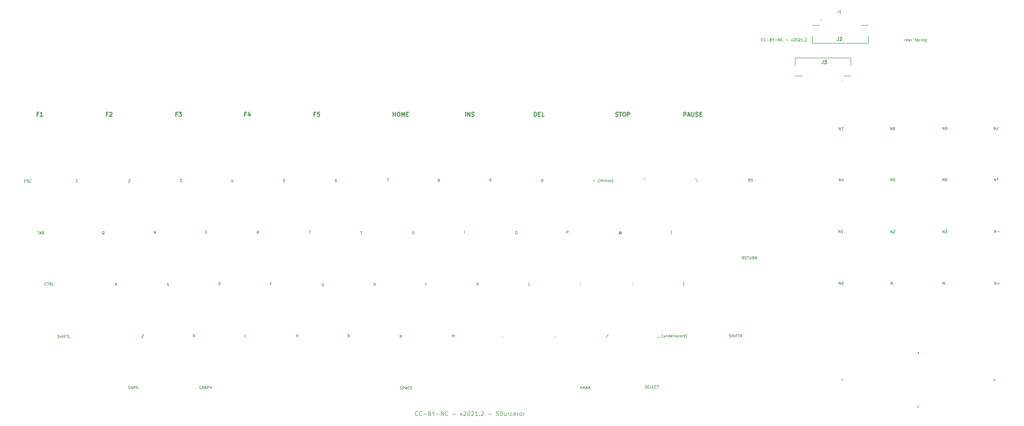
<source format=gbr>
%TF.GenerationSoftware,KiCad,Pcbnew,(6.0.0-rc1-114-gb471945224)*%
%TF.CreationDate,2022-04-25T13:04:53+02:00*%
%TF.ProjectId,HB-F1XD-keyboard,48422d46-3158-4442-9d6b-6579626f6172,1*%
%TF.SameCoordinates,Original*%
%TF.FileFunction,Legend,Top*%
%TF.FilePolarity,Positive*%
%FSLAX46Y46*%
G04 Gerber Fmt 4.6, Leading zero omitted, Abs format (unit mm)*
G04 Created by KiCad (PCBNEW (6.0.0-rc1-114-gb471945224)) date 2022-04-25 13:04:53*
%MOMM*%
%LPD*%
G01*
G04 APERTURE LIST*
%ADD10C,0.150000*%
%ADD11C,0.200000*%
%ADD12C,0.300000*%
%ADD13C,0.254000*%
G04 APERTURE END LIST*
D10*
X173226428Y-206275714D02*
X173155000Y-206347142D01*
X172940714Y-206418571D01*
X172797857Y-206418571D01*
X172583571Y-206347142D01*
X172440714Y-206204285D01*
X172369285Y-206061428D01*
X172297857Y-205775714D01*
X172297857Y-205561428D01*
X172369285Y-205275714D01*
X172440714Y-205132857D01*
X172583571Y-204990000D01*
X172797857Y-204918571D01*
X172940714Y-204918571D01*
X173155000Y-204990000D01*
X173226428Y-205061428D01*
X174726428Y-206275714D02*
X174655000Y-206347142D01*
X174440714Y-206418571D01*
X174297857Y-206418571D01*
X174083571Y-206347142D01*
X173940714Y-206204285D01*
X173869285Y-206061428D01*
X173797857Y-205775714D01*
X173797857Y-205561428D01*
X173869285Y-205275714D01*
X173940714Y-205132857D01*
X174083571Y-204990000D01*
X174297857Y-204918571D01*
X174440714Y-204918571D01*
X174655000Y-204990000D01*
X174726428Y-205061428D01*
X175369285Y-205847142D02*
X176512142Y-205847142D01*
X177726428Y-205632857D02*
X177940714Y-205704285D01*
X178012142Y-205775714D01*
X178083571Y-205918571D01*
X178083571Y-206132857D01*
X178012142Y-206275714D01*
X177940714Y-206347142D01*
X177797857Y-206418571D01*
X177226428Y-206418571D01*
X177226428Y-204918571D01*
X177726428Y-204918571D01*
X177869285Y-204990000D01*
X177940714Y-205061428D01*
X178012142Y-205204285D01*
X178012142Y-205347142D01*
X177940714Y-205490000D01*
X177869285Y-205561428D01*
X177726428Y-205632857D01*
X177226428Y-205632857D01*
X179012142Y-205704285D02*
X179012142Y-206418571D01*
X178512142Y-204918571D02*
X179012142Y-205704285D01*
X179512142Y-204918571D01*
X180012142Y-205847142D02*
X181155000Y-205847142D01*
X181869285Y-206418571D02*
X181869285Y-204918571D01*
X182726428Y-206418571D01*
X182726428Y-204918571D01*
X184297857Y-206275714D02*
X184226428Y-206347142D01*
X184012142Y-206418571D01*
X183869285Y-206418571D01*
X183655000Y-206347142D01*
X183512142Y-206204285D01*
X183440714Y-206061428D01*
X183369285Y-205775714D01*
X183369285Y-205561428D01*
X183440714Y-205275714D01*
X183512142Y-205132857D01*
X183655000Y-204990000D01*
X183869285Y-204918571D01*
X184012142Y-204918571D01*
X184226428Y-204990000D01*
X184297857Y-205061428D01*
X186083571Y-205847142D02*
X187226428Y-205847142D01*
X188940714Y-205418571D02*
X189297857Y-206418571D01*
X189655000Y-205418571D01*
X190155000Y-205061428D02*
X190226428Y-204990000D01*
X190369285Y-204918571D01*
X190726428Y-204918571D01*
X190869285Y-204990000D01*
X190940714Y-205061428D01*
X191012142Y-205204285D01*
X191012142Y-205347142D01*
X190940714Y-205561428D01*
X190083571Y-206418571D01*
X191012142Y-206418571D01*
X191940714Y-204918571D02*
X192083571Y-204918571D01*
X192226428Y-204990000D01*
X192297857Y-205061428D01*
X192369285Y-205204285D01*
X192440714Y-205490000D01*
X192440714Y-205847142D01*
X192369285Y-206132857D01*
X192297857Y-206275714D01*
X192226428Y-206347142D01*
X192083571Y-206418571D01*
X191940714Y-206418571D01*
X191797857Y-206347142D01*
X191726428Y-206275714D01*
X191655000Y-206132857D01*
X191583571Y-205847142D01*
X191583571Y-205490000D01*
X191655000Y-205204285D01*
X191726428Y-205061428D01*
X191797857Y-204990000D01*
X191940714Y-204918571D01*
X193012142Y-205061428D02*
X193083571Y-204990000D01*
X193226428Y-204918571D01*
X193583571Y-204918571D01*
X193726428Y-204990000D01*
X193797857Y-205061428D01*
X193869285Y-205204285D01*
X193869285Y-205347142D01*
X193797857Y-205561428D01*
X192940714Y-206418571D01*
X193869285Y-206418571D01*
X195297857Y-206418571D02*
X194440714Y-206418571D01*
X194869285Y-206418571D02*
X194869285Y-204918571D01*
X194726428Y-205132857D01*
X194583571Y-205275714D01*
X194440714Y-205347142D01*
X195940714Y-206275714D02*
X196012142Y-206347142D01*
X195940714Y-206418571D01*
X195869285Y-206347142D01*
X195940714Y-206275714D01*
X195940714Y-206418571D01*
X196583571Y-205061428D02*
X196655000Y-204990000D01*
X196797857Y-204918571D01*
X197155000Y-204918571D01*
X197297857Y-204990000D01*
X197369285Y-205061428D01*
X197440714Y-205204285D01*
X197440714Y-205347142D01*
X197369285Y-205561428D01*
X196512142Y-206418571D01*
X197440714Y-206418571D01*
X199226428Y-205847142D02*
X200369285Y-205847142D01*
X202155000Y-206347142D02*
X202369285Y-206418571D01*
X202726428Y-206418571D01*
X202869285Y-206347142D01*
X202940714Y-206275714D01*
X203012142Y-206132857D01*
X203012142Y-205990000D01*
X202940714Y-205847142D01*
X202869285Y-205775714D01*
X202726428Y-205704285D01*
X202440714Y-205632857D01*
X202297857Y-205561428D01*
X202226428Y-205490000D01*
X202155000Y-205347142D01*
X202155000Y-205204285D01*
X202226428Y-205061428D01*
X202297857Y-204990000D01*
X202440714Y-204918571D01*
X202797857Y-204918571D01*
X203012142Y-204990000D01*
X203940714Y-204918571D02*
X204083571Y-204918571D01*
X204226428Y-204990000D01*
X204297857Y-205061428D01*
X204369285Y-205204285D01*
X204440714Y-205490000D01*
X204440714Y-205847142D01*
X204369285Y-206132857D01*
X204297857Y-206275714D01*
X204226428Y-206347142D01*
X204083571Y-206418571D01*
X203940714Y-206418571D01*
X203797857Y-206347142D01*
X203726428Y-206275714D01*
X203655000Y-206132857D01*
X203583571Y-205847142D01*
X203583571Y-205490000D01*
X203655000Y-205204285D01*
X203726428Y-205061428D01*
X203797857Y-204990000D01*
X203940714Y-204918571D01*
X205726428Y-205418571D02*
X205726428Y-206418571D01*
X205083571Y-205418571D02*
X205083571Y-206204285D01*
X205155000Y-206347142D01*
X205297857Y-206418571D01*
X205512142Y-206418571D01*
X205655000Y-206347142D01*
X205726428Y-206275714D01*
X206440714Y-206418571D02*
X206440714Y-205418571D01*
X206440714Y-205704285D02*
X206512142Y-205561428D01*
X206583571Y-205490000D01*
X206726428Y-205418571D01*
X206869285Y-205418571D01*
X208012142Y-206347142D02*
X207869285Y-206418571D01*
X207583571Y-206418571D01*
X207440714Y-206347142D01*
X207369285Y-206275714D01*
X207297857Y-206132857D01*
X207297857Y-205704285D01*
X207369285Y-205561428D01*
X207440714Y-205490000D01*
X207583571Y-205418571D01*
X207869285Y-205418571D01*
X208012142Y-205490000D01*
X209226428Y-206347142D02*
X209083571Y-206418571D01*
X208797857Y-206418571D01*
X208655000Y-206347142D01*
X208583571Y-206204285D01*
X208583571Y-205632857D01*
X208655000Y-205490000D01*
X208797857Y-205418571D01*
X209083571Y-205418571D01*
X209226428Y-205490000D01*
X209297857Y-205632857D01*
X209297857Y-205775714D01*
X208583571Y-205918571D01*
X209940714Y-206418571D02*
X209940714Y-205418571D01*
X209940714Y-205704285D02*
X210012142Y-205561428D01*
X210083571Y-205490000D01*
X210226428Y-205418571D01*
X210369285Y-205418571D01*
X211083571Y-206418571D02*
X210940714Y-206347142D01*
X210869285Y-206275714D01*
X210797857Y-206132857D01*
X210797857Y-205704285D01*
X210869285Y-205561428D01*
X210940714Y-205490000D01*
X211083571Y-205418571D01*
X211297857Y-205418571D01*
X211440714Y-205490000D01*
X211512142Y-205561428D01*
X211583571Y-205704285D01*
X211583571Y-206132857D01*
X211512142Y-206275714D01*
X211440714Y-206347142D01*
X211297857Y-206418571D01*
X211083571Y-206418571D01*
X212226428Y-206418571D02*
X212226428Y-205418571D01*
X212226428Y-205704285D02*
X212297857Y-205561428D01*
X212369285Y-205490000D01*
X212512142Y-205418571D01*
X212655000Y-205418571D01*
X300188095Y-68457142D02*
X300140476Y-68504761D01*
X299997619Y-68552380D01*
X299902380Y-68552380D01*
X299759523Y-68504761D01*
X299664285Y-68409523D01*
X299616666Y-68314285D01*
X299569047Y-68123809D01*
X299569047Y-67980952D01*
X299616666Y-67790476D01*
X299664285Y-67695238D01*
X299759523Y-67600000D01*
X299902380Y-67552380D01*
X299997619Y-67552380D01*
X300140476Y-67600000D01*
X300188095Y-67647619D01*
X301188095Y-68457142D02*
X301140476Y-68504761D01*
X300997619Y-68552380D01*
X300902380Y-68552380D01*
X300759523Y-68504761D01*
X300664285Y-68409523D01*
X300616666Y-68314285D01*
X300569047Y-68123809D01*
X300569047Y-67980952D01*
X300616666Y-67790476D01*
X300664285Y-67695238D01*
X300759523Y-67600000D01*
X300902380Y-67552380D01*
X300997619Y-67552380D01*
X301140476Y-67600000D01*
X301188095Y-67647619D01*
X301616666Y-68171428D02*
X302378571Y-68171428D01*
X303188095Y-68028571D02*
X303330952Y-68076190D01*
X303378571Y-68123809D01*
X303426190Y-68219047D01*
X303426190Y-68361904D01*
X303378571Y-68457142D01*
X303330952Y-68504761D01*
X303235714Y-68552380D01*
X302854761Y-68552380D01*
X302854761Y-67552380D01*
X303188095Y-67552380D01*
X303283333Y-67600000D01*
X303330952Y-67647619D01*
X303378571Y-67742857D01*
X303378571Y-67838095D01*
X303330952Y-67933333D01*
X303283333Y-67980952D01*
X303188095Y-68028571D01*
X302854761Y-68028571D01*
X304045238Y-68076190D02*
X304045238Y-68552380D01*
X303711904Y-67552380D02*
X304045238Y-68076190D01*
X304378571Y-67552380D01*
X304711904Y-68171428D02*
X305473809Y-68171428D01*
X305950000Y-68552380D02*
X305950000Y-67552380D01*
X306521428Y-68552380D01*
X306521428Y-67552380D01*
X307569047Y-68457142D02*
X307521428Y-68504761D01*
X307378571Y-68552380D01*
X307283333Y-68552380D01*
X307140476Y-68504761D01*
X307045238Y-68409523D01*
X306997619Y-68314285D01*
X306950000Y-68123809D01*
X306950000Y-67980952D01*
X306997619Y-67790476D01*
X307045238Y-67695238D01*
X307140476Y-67600000D01*
X307283333Y-67552380D01*
X307378571Y-67552380D01*
X307521428Y-67600000D01*
X307569047Y-67647619D01*
X308759523Y-68171428D02*
X309521428Y-68171428D01*
X310664285Y-67885714D02*
X310902380Y-68552380D01*
X311140476Y-67885714D01*
X311473809Y-67647619D02*
X311521428Y-67600000D01*
X311616666Y-67552380D01*
X311854761Y-67552380D01*
X311950000Y-67600000D01*
X311997619Y-67647619D01*
X312045238Y-67742857D01*
X312045238Y-67838095D01*
X311997619Y-67980952D01*
X311426190Y-68552380D01*
X312045238Y-68552380D01*
X312664285Y-67552380D02*
X312759523Y-67552380D01*
X312854761Y-67600000D01*
X312902380Y-67647619D01*
X312950000Y-67742857D01*
X312997619Y-67933333D01*
X312997619Y-68171428D01*
X312950000Y-68361904D01*
X312902380Y-68457142D01*
X312854761Y-68504761D01*
X312759523Y-68552380D01*
X312664285Y-68552380D01*
X312569047Y-68504761D01*
X312521428Y-68457142D01*
X312473809Y-68361904D01*
X312426190Y-68171428D01*
X312426190Y-67933333D01*
X312473809Y-67742857D01*
X312521428Y-67647619D01*
X312569047Y-67600000D01*
X312664285Y-67552380D01*
X313378571Y-67647619D02*
X313426190Y-67600000D01*
X313521428Y-67552380D01*
X313759523Y-67552380D01*
X313854761Y-67600000D01*
X313902380Y-67647619D01*
X313950000Y-67742857D01*
X313950000Y-67838095D01*
X313902380Y-67980952D01*
X313330952Y-68552380D01*
X313950000Y-68552380D01*
X314902380Y-68552380D02*
X314330952Y-68552380D01*
X314616666Y-68552380D02*
X314616666Y-67552380D01*
X314521428Y-67695238D01*
X314426190Y-67790476D01*
X314330952Y-67838095D01*
X315330952Y-68457142D02*
X315378571Y-68504761D01*
X315330952Y-68552380D01*
X315283333Y-68504761D01*
X315330952Y-68457142D01*
X315330952Y-68552380D01*
X315759523Y-67647619D02*
X315807142Y-67600000D01*
X315902380Y-67552380D01*
X316140476Y-67552380D01*
X316235714Y-67600000D01*
X316283333Y-67647619D01*
X316330952Y-67742857D01*
X316330952Y-67838095D01*
X316283333Y-67980952D01*
X315711904Y-68552380D01*
X316330952Y-68552380D01*
X352447619Y-68552380D02*
X352447619Y-67885714D01*
X352447619Y-68076190D02*
X352495238Y-67980952D01*
X352542857Y-67933333D01*
X352638095Y-67885714D01*
X352733333Y-67885714D01*
X353447619Y-68504761D02*
X353352380Y-68552380D01*
X353161904Y-68552380D01*
X353066666Y-68504761D01*
X353019047Y-68409523D01*
X353019047Y-68028571D01*
X353066666Y-67933333D01*
X353161904Y-67885714D01*
X353352380Y-67885714D01*
X353447619Y-67933333D01*
X353495238Y-68028571D01*
X353495238Y-68123809D01*
X353019047Y-68219047D01*
X354352380Y-68552380D02*
X354352380Y-68028571D01*
X354304761Y-67933333D01*
X354209523Y-67885714D01*
X354019047Y-67885714D01*
X353923809Y-67933333D01*
X354352380Y-68504761D02*
X354257142Y-68552380D01*
X354019047Y-68552380D01*
X353923809Y-68504761D01*
X353876190Y-68409523D01*
X353876190Y-68314285D01*
X353923809Y-68219047D01*
X354019047Y-68171428D01*
X354257142Y-68171428D01*
X354352380Y-68123809D01*
X354828571Y-68552380D02*
X354828571Y-67885714D01*
X354828571Y-68076190D02*
X354876190Y-67980952D01*
X354923809Y-67933333D01*
X355019047Y-67885714D01*
X355114285Y-67885714D01*
X356066666Y-67885714D02*
X356447619Y-67885714D01*
X356209523Y-68552380D02*
X356209523Y-67695238D01*
X356257142Y-67600000D01*
X356352380Y-67552380D01*
X356447619Y-67552380D01*
X357209523Y-68552380D02*
X357209523Y-68028571D01*
X357161904Y-67933333D01*
X357066666Y-67885714D01*
X356876190Y-67885714D01*
X356780952Y-67933333D01*
X357209523Y-68504761D02*
X357114285Y-68552380D01*
X356876190Y-68552380D01*
X356780952Y-68504761D01*
X356733333Y-68409523D01*
X356733333Y-68314285D01*
X356780952Y-68219047D01*
X356876190Y-68171428D01*
X357114285Y-68171428D01*
X357209523Y-68123809D01*
X358114285Y-68504761D02*
X358019047Y-68552380D01*
X357828571Y-68552380D01*
X357733333Y-68504761D01*
X357685714Y-68457142D01*
X357638095Y-68361904D01*
X357638095Y-68076190D01*
X357685714Y-67980952D01*
X357733333Y-67933333D01*
X357828571Y-67885714D01*
X358019047Y-67885714D01*
X358114285Y-67933333D01*
X358542857Y-68552380D02*
X358542857Y-67885714D01*
X358542857Y-67552380D02*
X358495238Y-67600000D01*
X358542857Y-67647619D01*
X358590476Y-67600000D01*
X358542857Y-67552380D01*
X358542857Y-67647619D01*
X359019047Y-67885714D02*
X359019047Y-68552380D01*
X359019047Y-67980952D02*
X359066666Y-67933333D01*
X359161904Y-67885714D01*
X359304761Y-67885714D01*
X359400000Y-67933333D01*
X359447619Y-68028571D01*
X359447619Y-68552380D01*
X360352380Y-67885714D02*
X360352380Y-68695238D01*
X360304761Y-68790476D01*
X360257142Y-68838095D01*
X360161904Y-68885714D01*
X360019047Y-68885714D01*
X359923809Y-68838095D01*
X360352380Y-68504761D02*
X360257142Y-68552380D01*
X360066666Y-68552380D01*
X359971428Y-68504761D01*
X359923809Y-68457142D01*
X359876190Y-68361904D01*
X359876190Y-68076190D01*
X359923809Y-67980952D01*
X359971428Y-67933333D01*
X360066666Y-67885714D01*
X360257142Y-67885714D01*
X360352380Y-67933333D01*
D11*
%TO.C,SW1*%
X218954257Y-119395154D02*
X219049495Y-119395154D01*
X219144733Y-119442774D01*
X219192352Y-119490393D01*
X219239971Y-119585631D01*
X219287590Y-119776107D01*
X219287590Y-120014202D01*
X219239971Y-120204678D01*
X219192352Y-120299916D01*
X219144733Y-120347535D01*
X219049495Y-120395154D01*
X218954257Y-120395154D01*
X218859019Y-120347535D01*
X218811400Y-120299916D01*
X218763781Y-120204678D01*
X218716162Y-120014202D01*
X218716162Y-119776107D01*
X218763781Y-119585631D01*
X218811400Y-119490393D01*
X218859019Y-119442774D01*
X218954257Y-119395154D01*
%TO.C,SW2*%
X48125941Y-120447366D02*
X47554513Y-120447366D01*
X47840227Y-120447366D02*
X47840227Y-119447366D01*
X47744989Y-119590224D01*
X47649751Y-119685462D01*
X47554513Y-119733081D01*
%TO.C,SW3*%
X66876887Y-119542605D02*
X66924506Y-119494986D01*
X67019744Y-119447366D01*
X67257839Y-119447366D01*
X67353077Y-119494986D01*
X67400696Y-119542605D01*
X67448315Y-119637843D01*
X67448315Y-119733081D01*
X67400696Y-119875938D01*
X66829268Y-120447366D01*
X67448315Y-120447366D01*
%TO.C,SW4*%
X85777660Y-119364259D02*
X86396707Y-119364259D01*
X86063374Y-119745212D01*
X86206231Y-119745212D01*
X86301469Y-119792831D01*
X86349088Y-119840450D01*
X86396707Y-119935688D01*
X86396707Y-120173783D01*
X86349088Y-120269021D01*
X86301469Y-120316640D01*
X86206231Y-120364259D01*
X85920517Y-120364259D01*
X85825279Y-120316640D01*
X85777660Y-120269021D01*
%TO.C,SW5*%
X105232831Y-119784555D02*
X105232831Y-120451221D01*
X104994736Y-119403602D02*
X104756641Y-120117888D01*
X105375688Y-120117888D01*
%TO.C,SW6*%
X124329164Y-119405262D02*
X123852974Y-119405262D01*
X123805355Y-119881453D01*
X123852974Y-119833834D01*
X123948212Y-119786215D01*
X124186307Y-119786215D01*
X124281545Y-119833834D01*
X124329164Y-119881453D01*
X124376783Y-119976691D01*
X124376783Y-120214786D01*
X124329164Y-120310024D01*
X124281545Y-120357643D01*
X124186307Y-120405262D01*
X123948212Y-120405262D01*
X123852974Y-120357643D01*
X123805355Y-120310024D01*
%TO.C,SW7*%
X143332408Y-119357154D02*
X143141932Y-119357154D01*
X143046694Y-119404774D01*
X142999075Y-119452393D01*
X142903837Y-119595250D01*
X142856218Y-119785726D01*
X142856218Y-120166678D01*
X142903837Y-120261916D01*
X142951456Y-120309535D01*
X143046694Y-120357154D01*
X143237170Y-120357154D01*
X143332408Y-120309535D01*
X143380027Y-120261916D01*
X143427646Y-120166678D01*
X143427646Y-119928583D01*
X143380027Y-119833345D01*
X143332408Y-119785726D01*
X143237170Y-119738107D01*
X143046694Y-119738107D01*
X142951456Y-119785726D01*
X142903837Y-119833345D01*
X142856218Y-119928583D01*
%TO.C,SW8*%
X161907571Y-119212829D02*
X162574237Y-119212829D01*
X162145666Y-120212829D01*
%TO.C,SW9*%
X180894379Y-119748863D02*
X180799141Y-119701244D01*
X180751522Y-119653625D01*
X180703903Y-119558387D01*
X180703903Y-119510768D01*
X180751522Y-119415530D01*
X180799141Y-119367911D01*
X180894379Y-119320291D01*
X181084855Y-119320291D01*
X181180093Y-119367911D01*
X181227712Y-119415530D01*
X181275331Y-119510768D01*
X181275331Y-119558387D01*
X181227712Y-119653625D01*
X181180093Y-119701244D01*
X181084855Y-119748863D01*
X180894379Y-119748863D01*
X180799141Y-119796482D01*
X180751522Y-119844101D01*
X180703903Y-119939339D01*
X180703903Y-120129815D01*
X180751522Y-120225053D01*
X180799141Y-120272672D01*
X180894379Y-120320291D01*
X181084855Y-120320291D01*
X181180093Y-120272672D01*
X181227712Y-120225053D01*
X181275331Y-120129815D01*
X181275331Y-119939339D01*
X181227712Y-119844101D01*
X181180093Y-119796482D01*
X181084855Y-119748863D01*
%TO.C,SW10*%
X199736920Y-120134627D02*
X199927396Y-120134627D01*
X200022634Y-120087008D01*
X200070253Y-120039389D01*
X200165491Y-119896532D01*
X200213110Y-119706056D01*
X200213110Y-119325104D01*
X200165491Y-119229866D01*
X200117872Y-119182247D01*
X200022634Y-119134627D01*
X199832158Y-119134627D01*
X199736920Y-119182247D01*
X199689301Y-119229866D01*
X199641682Y-119325104D01*
X199641682Y-119563199D01*
X199689301Y-119658437D01*
X199736920Y-119706056D01*
X199832158Y-119753675D01*
X200022634Y-119753675D01*
X200117872Y-119706056D01*
X200165491Y-119658437D01*
X200213110Y-119563199D01*
%TO.C,SW11*%
X237774425Y-119957284D02*
X238536330Y-119957284D01*
X240060139Y-120719189D02*
X240012520Y-120671570D01*
X239917282Y-120528713D01*
X239869663Y-120433475D01*
X239822044Y-120290617D01*
X239774425Y-120052522D01*
X239774425Y-119862046D01*
X239822044Y-119623951D01*
X239869663Y-119481094D01*
X239917282Y-119385856D01*
X240012520Y-119242998D01*
X240060139Y-119195379D01*
X240441091Y-120338236D02*
X240441091Y-119671570D01*
X240441091Y-119766808D02*
X240488710Y-119719189D01*
X240583949Y-119671570D01*
X240726806Y-119671570D01*
X240822044Y-119719189D01*
X240869663Y-119814427D01*
X240869663Y-120338236D01*
X240869663Y-119814427D02*
X240917282Y-119719189D01*
X241012520Y-119671570D01*
X241155377Y-119671570D01*
X241250615Y-119719189D01*
X241298234Y-119814427D01*
X241298234Y-120338236D01*
X241774425Y-120338236D02*
X241774425Y-119671570D01*
X241774425Y-119338236D02*
X241726806Y-119385856D01*
X241774425Y-119433475D01*
X241822044Y-119385856D01*
X241774425Y-119338236D01*
X241774425Y-119433475D01*
X242250615Y-119671570D02*
X242250615Y-120338236D01*
X242250615Y-119766808D02*
X242298234Y-119719189D01*
X242393472Y-119671570D01*
X242536330Y-119671570D01*
X242631568Y-119719189D01*
X242679187Y-119814427D01*
X242679187Y-120338236D01*
X243583949Y-119671570D02*
X243583949Y-120338236D01*
X243155377Y-119671570D02*
X243155377Y-120195379D01*
X243202996Y-120290617D01*
X243298234Y-120338236D01*
X243441091Y-120338236D01*
X243536330Y-120290617D01*
X243583949Y-120242998D01*
X244012520Y-120290617D02*
X244107758Y-120338236D01*
X244298234Y-120338236D01*
X244393472Y-120290617D01*
X244441091Y-120195379D01*
X244441091Y-120147760D01*
X244393472Y-120052522D01*
X244298234Y-120004903D01*
X244155377Y-120004903D01*
X244060139Y-119957284D01*
X244012520Y-119862046D01*
X244012520Y-119814427D01*
X244060139Y-119719189D01*
X244155377Y-119671570D01*
X244298234Y-119671570D01*
X244393472Y-119719189D01*
X244774425Y-120719189D02*
X244822044Y-120671570D01*
X244917282Y-120528713D01*
X244964901Y-120433475D01*
X245012520Y-120290617D01*
X245060139Y-120052522D01*
X245060139Y-119862046D01*
X245012520Y-119623951D01*
X244964901Y-119481094D01*
X244917282Y-119385856D01*
X244822044Y-119242998D01*
X244774425Y-119195379D01*
%TO.C,SW12*%
X256471457Y-119376557D02*
X256661933Y-119233699D01*
X256852409Y-119376557D01*
%TO.C,SW13*%
X275469208Y-119078955D02*
X276326351Y-120364670D01*
%TO.C,SW14*%
X247962970Y-138989305D02*
X247915351Y-138941686D01*
X247820113Y-138894067D01*
X247724875Y-138894067D01*
X247629637Y-138941686D01*
X247582018Y-138989305D01*
X247534399Y-139084543D01*
X247534399Y-139179781D01*
X247582018Y-139275019D01*
X247629637Y-139322638D01*
X247724875Y-139370257D01*
X247820113Y-139370257D01*
X247915351Y-139322638D01*
X247962970Y-139275019D01*
X247962970Y-138894067D02*
X247962970Y-139275019D01*
X248010589Y-139322638D01*
X248058208Y-139322638D01*
X248153447Y-139275019D01*
X248201066Y-139179781D01*
X248201066Y-138941686D01*
X248105828Y-138798829D01*
X247962970Y-138703591D01*
X247772494Y-138655972D01*
X247582018Y-138703591D01*
X247439161Y-138798829D01*
X247343923Y-138941686D01*
X247296304Y-139132162D01*
X247343923Y-139322638D01*
X247439161Y-139465495D01*
X247582018Y-139560734D01*
X247772494Y-139608353D01*
X247962970Y-139560734D01*
X248105828Y-139465495D01*
%TO.C,SW15*%
X266759495Y-139654499D02*
X266521400Y-139654499D01*
X266521400Y-138225927D01*
X266759495Y-138225927D01*
%TO.C,SW16*%
X233105305Y-158334909D02*
X233105305Y-158382528D01*
X233057686Y-158477767D01*
X233010067Y-158525386D01*
X233057686Y-157763481D02*
X233105305Y-157811100D01*
X233057686Y-157858719D01*
X233010067Y-157811100D01*
X233057686Y-157763481D01*
X233057686Y-157858719D01*
%TO.C,SW17*%
X252383246Y-158355785D02*
X252430865Y-158403404D01*
X252383246Y-158451023D01*
X252335627Y-158403404D01*
X252383246Y-158355785D01*
X252383246Y-158451023D01*
X252383246Y-157831976D02*
X252430865Y-157879595D01*
X252383246Y-157927214D01*
X252335627Y-157879595D01*
X252383246Y-157831976D01*
X252383246Y-157927214D01*
%TO.C,SW18*%
X270906596Y-158490804D02*
X271144691Y-158490804D01*
X271144691Y-157062232D01*
X270906596Y-157062232D01*
%TO.C,SW19*%
X204569822Y-177357888D02*
X204569822Y-177405507D01*
X204522203Y-177500746D01*
X204474584Y-177548365D01*
%TO.C,SW20*%
X223812526Y-177310269D02*
X223860145Y-177357888D01*
X223812526Y-177405507D01*
X223764907Y-177357888D01*
X223812526Y-177310269D01*
X223812526Y-177405507D01*
%TO.C,SW21*%
X243382788Y-176452039D02*
X242525646Y-177737754D01*
%TO.C,SW22*%
X261383800Y-177594897D02*
X262145704Y-177594897D01*
X263431419Y-177880611D02*
X263383800Y-177832992D01*
X263288561Y-177690135D01*
X263240942Y-177594897D01*
X263193323Y-177452039D01*
X263145704Y-177213944D01*
X263145704Y-177023468D01*
X263193323Y-176785373D01*
X263240942Y-176642516D01*
X263288561Y-176547278D01*
X263383800Y-176404420D01*
X263431419Y-176356801D01*
X264240942Y-176832992D02*
X264240942Y-177499658D01*
X263812371Y-176832992D02*
X263812371Y-177356801D01*
X263859990Y-177452039D01*
X263955228Y-177499658D01*
X264098085Y-177499658D01*
X264193323Y-177452039D01*
X264240942Y-177404420D01*
X264717133Y-176832992D02*
X264717133Y-177499658D01*
X264717133Y-176928230D02*
X264764752Y-176880611D01*
X264859990Y-176832992D01*
X265002847Y-176832992D01*
X265098085Y-176880611D01*
X265145704Y-176975849D01*
X265145704Y-177499658D01*
X266050466Y-177499658D02*
X266050466Y-176499658D01*
X266050466Y-177452039D02*
X265955228Y-177499658D01*
X265764752Y-177499658D01*
X265669514Y-177452039D01*
X265621895Y-177404420D01*
X265574276Y-177309182D01*
X265574276Y-177023468D01*
X265621895Y-176928230D01*
X265669514Y-176880611D01*
X265764752Y-176832992D01*
X265955228Y-176832992D01*
X266050466Y-176880611D01*
X266907609Y-177452039D02*
X266812371Y-177499658D01*
X266621895Y-177499658D01*
X266526657Y-177452039D01*
X266479038Y-177356801D01*
X266479038Y-176975849D01*
X266526657Y-176880611D01*
X266621895Y-176832992D01*
X266812371Y-176832992D01*
X266907609Y-176880611D01*
X266955228Y-176975849D01*
X266955228Y-177071087D01*
X266479038Y-177166325D01*
X267383800Y-177499658D02*
X267383800Y-176832992D01*
X267383800Y-177023468D02*
X267431419Y-176928230D01*
X267479038Y-176880611D01*
X267574276Y-176832992D01*
X267669514Y-176832992D01*
X267955228Y-177452039D02*
X268050466Y-177499658D01*
X268240942Y-177499658D01*
X268336180Y-177452039D01*
X268383800Y-177356801D01*
X268383800Y-177309182D01*
X268336180Y-177213944D01*
X268240942Y-177166325D01*
X268098085Y-177166325D01*
X268002847Y-177118706D01*
X267955228Y-177023468D01*
X267955228Y-176975849D01*
X268002847Y-176880611D01*
X268098085Y-176832992D01*
X268240942Y-176832992D01*
X268336180Y-176880611D01*
X269240942Y-177452039D02*
X269145704Y-177499658D01*
X268955228Y-177499658D01*
X268859990Y-177452039D01*
X268812371Y-177404420D01*
X268764752Y-177309182D01*
X268764752Y-177023468D01*
X268812371Y-176928230D01*
X268859990Y-176880611D01*
X268955228Y-176832992D01*
X269145704Y-176832992D01*
X269240942Y-176880611D01*
X269812371Y-177499658D02*
X269717133Y-177452039D01*
X269669514Y-177404420D01*
X269621895Y-177309182D01*
X269621895Y-177023468D01*
X269669514Y-176928230D01*
X269717133Y-176880611D01*
X269812371Y-176832992D01*
X269955228Y-176832992D01*
X270050466Y-176880611D01*
X270098085Y-176928230D01*
X270145704Y-177023468D01*
X270145704Y-177309182D01*
X270098085Y-177404420D01*
X270050466Y-177452039D01*
X269955228Y-177499658D01*
X269812371Y-177499658D01*
X270574276Y-177499658D02*
X270574276Y-176832992D01*
X270574276Y-177023468D02*
X270621895Y-176928230D01*
X270669514Y-176880611D01*
X270764752Y-176832992D01*
X270859990Y-176832992D01*
X271574276Y-177452039D02*
X271479038Y-177499658D01*
X271288561Y-177499658D01*
X271193323Y-177452039D01*
X271145704Y-177356801D01*
X271145704Y-176975849D01*
X271193323Y-176880611D01*
X271288561Y-176832992D01*
X271479038Y-176832992D01*
X271574276Y-176880611D01*
X271621895Y-176975849D01*
X271621895Y-177071087D01*
X271145704Y-177166325D01*
X271955228Y-177880611D02*
X272002847Y-177832992D01*
X272098085Y-177690135D01*
X272145704Y-177594897D01*
X272193323Y-177452039D01*
X272240942Y-177213944D01*
X272240942Y-177023468D01*
X272193323Y-176785373D01*
X272145704Y-176642516D01*
X272098085Y-176547278D01*
X272002847Y-176404420D01*
X271955228Y-176356801D01*
%TO.C,SW23*%
X61914314Y-158183331D02*
X62390504Y-158183331D01*
X61819076Y-158469045D02*
X62152409Y-157469045D01*
X62485742Y-158469045D01*
%TO.C,SW24*%
X147930507Y-177024645D02*
X148073364Y-177072264D01*
X148120983Y-177119883D01*
X148168602Y-177215121D01*
X148168602Y-177357978D01*
X148120983Y-177453216D01*
X148073364Y-177500835D01*
X147978126Y-177548454D01*
X147597174Y-177548454D01*
X147597174Y-176548454D01*
X147930507Y-176548454D01*
X148025745Y-176596074D01*
X148073364Y-176643693D01*
X148120983Y-176738931D01*
X148120983Y-176834169D01*
X148073364Y-176929407D01*
X148025745Y-176977026D01*
X147930507Y-177024645D01*
X147597174Y-177024645D01*
%TO.C,SW25*%
X110201603Y-177517200D02*
X110153984Y-177564819D01*
X110011127Y-177612438D01*
X109915889Y-177612438D01*
X109773032Y-177564819D01*
X109677794Y-177469581D01*
X109630175Y-177374343D01*
X109582556Y-177183867D01*
X109582556Y-177041010D01*
X109630175Y-176850534D01*
X109677794Y-176755296D01*
X109773032Y-176660058D01*
X109915889Y-176612438D01*
X110011127Y-176612438D01*
X110153984Y-176660058D01*
X110201603Y-176707677D01*
%TO.C,SW26*%
X100061585Y-158342663D02*
X100061585Y-157342663D01*
X100299680Y-157342663D01*
X100442537Y-157390283D01*
X100537775Y-157485521D01*
X100585394Y-157580759D01*
X100633013Y-157771235D01*
X100633013Y-157914092D01*
X100585394Y-158104568D01*
X100537775Y-158199806D01*
X100442537Y-158295044D01*
X100299680Y-158342663D01*
X100061585Y-158342663D01*
%TO.C,SW27*%
X95182611Y-138833951D02*
X95515944Y-138833951D01*
X95658801Y-139357760D02*
X95182611Y-139357760D01*
X95182611Y-138357760D01*
X95658801Y-138357760D01*
%TO.C,SW28*%
X119391112Y-157980432D02*
X119057779Y-157980432D01*
X119057779Y-158504241D02*
X119057779Y-157504241D01*
X119533969Y-157504241D01*
%TO.C,SW29*%
X138682659Y-157757482D02*
X138587421Y-157709862D01*
X138444564Y-157709862D01*
X138301707Y-157757482D01*
X138206469Y-157852720D01*
X138158850Y-157947958D01*
X138111231Y-158138434D01*
X138111231Y-158281291D01*
X138158850Y-158471767D01*
X138206469Y-158567005D01*
X138301707Y-158662243D01*
X138444564Y-158709862D01*
X138539802Y-158709862D01*
X138682659Y-158662243D01*
X138730278Y-158614624D01*
X138730278Y-158281291D01*
X138539802Y-158281291D01*
%TO.C,SW30*%
X157130408Y-158524472D02*
X157130408Y-157524472D01*
X157130408Y-158000663D02*
X157701836Y-158000663D01*
X157701836Y-158524472D02*
X157701836Y-157524472D01*
%TO.C,SW31*%
X190417150Y-139305728D02*
X190417150Y-138305728D01*
%TO.C,SW32*%
X176288987Y-157450381D02*
X176288987Y-158164667D01*
X176241368Y-158307524D01*
X176146130Y-158402762D01*
X176003273Y-158450381D01*
X175908035Y-158450381D01*
%TO.C,SW33*%
X195097815Y-158417552D02*
X195097815Y-157417552D01*
X195669243Y-158417552D02*
X195240672Y-157846124D01*
X195669243Y-157417552D02*
X195097815Y-157988981D01*
%TO.C,SW34*%
X214599720Y-158431453D02*
X214123530Y-158431453D01*
X214123530Y-157431453D01*
%TO.C,SW35*%
X185923910Y-177492011D02*
X185923910Y-176492011D01*
X186257243Y-177206297D01*
X186590576Y-176492011D01*
X186590576Y-177492011D01*
%TO.C,SW36*%
X166720091Y-177665018D02*
X166720091Y-176665018D01*
X167291519Y-177665018D01*
X167291519Y-176665018D01*
%TO.C,SW37*%
X209421459Y-138514420D02*
X209611935Y-138514420D01*
X209707173Y-138562040D01*
X209802411Y-138657278D01*
X209850030Y-138847754D01*
X209850030Y-139181087D01*
X209802411Y-139371563D01*
X209707173Y-139466801D01*
X209611935Y-139514420D01*
X209421459Y-139514420D01*
X209326221Y-139466801D01*
X209230983Y-139371563D01*
X209183364Y-139181087D01*
X209183364Y-138847754D01*
X209230983Y-138657278D01*
X209326221Y-138562040D01*
X209421459Y-138514420D01*
%TO.C,SW38*%
X228067288Y-139416570D02*
X228067288Y-138416570D01*
X228448240Y-138416570D01*
X228543478Y-138464190D01*
X228591097Y-138511809D01*
X228638716Y-138607047D01*
X228638716Y-138749904D01*
X228591097Y-138845142D01*
X228543478Y-138892761D01*
X228448240Y-138940380D01*
X228067288Y-138940380D01*
%TO.C,SW40*%
X114708686Y-139405868D02*
X114375353Y-138929678D01*
X114137258Y-139405868D02*
X114137258Y-138405868D01*
X114518210Y-138405868D01*
X114613448Y-138453488D01*
X114661067Y-138501107D01*
X114708686Y-138596345D01*
X114708686Y-138739202D01*
X114661067Y-138834440D01*
X114613448Y-138882059D01*
X114518210Y-138929678D01*
X114137258Y-138929678D01*
%TO.C,SW41*%
X81072599Y-158600335D02*
X81215456Y-158647954D01*
X81453551Y-158647954D01*
X81548789Y-158600335D01*
X81596408Y-158552716D01*
X81644027Y-158457478D01*
X81644027Y-158362240D01*
X81596408Y-158267002D01*
X81548789Y-158219383D01*
X81453551Y-158171764D01*
X81263075Y-158124145D01*
X81167837Y-158076526D01*
X81120218Y-158028907D01*
X81072599Y-157933669D01*
X81072599Y-157838431D01*
X81120218Y-157743193D01*
X81167837Y-157695574D01*
X81263075Y-157647954D01*
X81501170Y-157647954D01*
X81644027Y-157695574D01*
%TO.C,SW42*%
X133285806Y-138357760D02*
X133857234Y-138357760D01*
X133571520Y-139357760D02*
X133571520Y-138357760D01*
%TO.C,SW43*%
X171312727Y-138454041D02*
X171312727Y-139263565D01*
X171360346Y-139358803D01*
X171407965Y-139406422D01*
X171503203Y-139454041D01*
X171693679Y-139454041D01*
X171788917Y-139406422D01*
X171836536Y-139358803D01*
X171884155Y-139263565D01*
X171884155Y-138454041D01*
%TO.C,SW44*%
X128570251Y-176454728D02*
X128903584Y-177454728D01*
X129236917Y-176454728D01*
%TO.C,SW45*%
X76129115Y-138362339D02*
X76367210Y-139362339D01*
X76557686Y-138648054D01*
X76748162Y-139362339D01*
X76986258Y-138362339D01*
%TO.C,SW46*%
X90609715Y-176454728D02*
X91276381Y-177454728D01*
X91276381Y-176454728D02*
X90609715Y-177454728D01*
%TO.C,SW47*%
X152540917Y-139030377D02*
X152540917Y-139506567D01*
X152207584Y-138506567D02*
X152540917Y-139030377D01*
X152874250Y-138506567D01*
%TO.C,SW48*%
X71721518Y-176605007D02*
X72388184Y-176605007D01*
X71721518Y-177605007D01*
X72388184Y-177605007D01*
%TO.C,SW49*%
X40756442Y-177728609D02*
X40899299Y-177776228D01*
X41137394Y-177776228D01*
X41232632Y-177728609D01*
X41280251Y-177680990D01*
X41327870Y-177585752D01*
X41327870Y-177490514D01*
X41280251Y-177395276D01*
X41232632Y-177347657D01*
X41137394Y-177300038D01*
X40946918Y-177252419D01*
X40851680Y-177204800D01*
X40804061Y-177157181D01*
X40756442Y-177061943D01*
X40756442Y-176966705D01*
X40804061Y-176871467D01*
X40851680Y-176823848D01*
X40946918Y-176776228D01*
X41185013Y-176776228D01*
X41327870Y-176823848D01*
X41756442Y-177776228D02*
X41756442Y-176776228D01*
X41756442Y-177252419D02*
X42327870Y-177252419D01*
X42327870Y-177776228D02*
X42327870Y-176776228D01*
X42804061Y-177776228D02*
X42804061Y-176776228D01*
X43613585Y-177252419D02*
X43280251Y-177252419D01*
X43280251Y-177776228D02*
X43280251Y-176776228D01*
X43756442Y-176776228D01*
X43994537Y-176776228D02*
X44565966Y-176776228D01*
X44280251Y-177776228D02*
X44280251Y-176776228D01*
X45375489Y-177776228D02*
X44899299Y-177776228D01*
X44899299Y-176776228D01*
%TO.C,SW50*%
X36673739Y-158373807D02*
X36626120Y-158421426D01*
X36483263Y-158469045D01*
X36388025Y-158469045D01*
X36245168Y-158421426D01*
X36149930Y-158326188D01*
X36102311Y-158230950D01*
X36054692Y-158040474D01*
X36054692Y-157897617D01*
X36102311Y-157707141D01*
X36149930Y-157611903D01*
X36245168Y-157516665D01*
X36388025Y-157469045D01*
X36483263Y-157469045D01*
X36626120Y-157516665D01*
X36673739Y-157564284D01*
X36959454Y-157469045D02*
X37530882Y-157469045D01*
X37245168Y-158469045D02*
X37245168Y-157469045D01*
X38435644Y-158469045D02*
X38102311Y-157992855D01*
X37864216Y-158469045D02*
X37864216Y-157469045D01*
X38245168Y-157469045D01*
X38340406Y-157516665D01*
X38388025Y-157564284D01*
X38435644Y-157659522D01*
X38435644Y-157802379D01*
X38388025Y-157897617D01*
X38340406Y-157945236D01*
X38245168Y-157992855D01*
X37864216Y-157992855D01*
X39340406Y-158469045D02*
X38864216Y-158469045D01*
X38864216Y-157469045D01*
%TO.C,SW51*%
X93528271Y-195572117D02*
X93433033Y-195524497D01*
X93290176Y-195524497D01*
X93147319Y-195572117D01*
X93052081Y-195667355D01*
X93004462Y-195762593D01*
X92956843Y-195953069D01*
X92956843Y-196095926D01*
X93004462Y-196286402D01*
X93052081Y-196381640D01*
X93147319Y-196476878D01*
X93290176Y-196524497D01*
X93385414Y-196524497D01*
X93528271Y-196476878D01*
X93575890Y-196429259D01*
X93575890Y-196095926D01*
X93385414Y-196095926D01*
X94575890Y-196524497D02*
X94242557Y-196048307D01*
X94004462Y-196524497D02*
X94004462Y-195524497D01*
X94385414Y-195524497D01*
X94480652Y-195572117D01*
X94528271Y-195619736D01*
X94575890Y-195714974D01*
X94575890Y-195857831D01*
X94528271Y-195953069D01*
X94480652Y-196000688D01*
X94385414Y-196048307D01*
X94004462Y-196048307D01*
X94956843Y-196238783D02*
X95433033Y-196238783D01*
X94861605Y-196524497D02*
X95194938Y-195524497D01*
X95528271Y-196524497D01*
X95861605Y-196524497D02*
X95861605Y-195524497D01*
X96242557Y-195524497D01*
X96337795Y-195572117D01*
X96385414Y-195619736D01*
X96433033Y-195714974D01*
X96433033Y-195857831D01*
X96385414Y-195953069D01*
X96337795Y-196000688D01*
X96242557Y-196048307D01*
X95861605Y-196048307D01*
X96861605Y-196524497D02*
X96861605Y-195524497D01*
X96861605Y-196000688D02*
X97433033Y-196000688D01*
X97433033Y-196524497D02*
X97433033Y-195524497D01*
%TO.C,SW52*%
X67510699Y-196454451D02*
X67463080Y-196502070D01*
X67320223Y-196549689D01*
X67224985Y-196549689D01*
X67082128Y-196502070D01*
X66986890Y-196406832D01*
X66939271Y-196311594D01*
X66891652Y-196121118D01*
X66891652Y-195978261D01*
X66939271Y-195787785D01*
X66986890Y-195692547D01*
X67082128Y-195597309D01*
X67224985Y-195549689D01*
X67320223Y-195549689D01*
X67463080Y-195597309D01*
X67510699Y-195644928D01*
X67891652Y-196263975D02*
X68367842Y-196263975D01*
X67796414Y-196549689D02*
X68129747Y-195549689D01*
X68463080Y-196549689D01*
X68796414Y-196549689D02*
X68796414Y-195549689D01*
X69177366Y-195549689D01*
X69272604Y-195597309D01*
X69320223Y-195644928D01*
X69367842Y-195740166D01*
X69367842Y-195883023D01*
X69320223Y-195978261D01*
X69272604Y-196025880D01*
X69177366Y-196073499D01*
X68796414Y-196073499D01*
X69748795Y-196502070D02*
X69891652Y-196549689D01*
X70129747Y-196549689D01*
X70224985Y-196502070D01*
X70272604Y-196454451D01*
X70320223Y-196359213D01*
X70320223Y-196263975D01*
X70272604Y-196168737D01*
X70224985Y-196121118D01*
X70129747Y-196073499D01*
X69939271Y-196025880D01*
X69844033Y-195978261D01*
X69796414Y-195930642D01*
X69748795Y-195835404D01*
X69748795Y-195740166D01*
X69796414Y-195644928D01*
X69844033Y-195597309D01*
X69939271Y-195549689D01*
X70177366Y-195549689D01*
X70320223Y-195597309D01*
%TO.C,SW53*%
X233229194Y-196566886D02*
X233229194Y-195566886D01*
X233800622Y-196566886D02*
X233372051Y-195995458D01*
X233800622Y-195566886D02*
X233229194Y-196138315D01*
X234181575Y-196281172D02*
X234657765Y-196281172D01*
X234086337Y-196566886D02*
X234419670Y-195566886D01*
X234753003Y-196566886D01*
X235086337Y-196566886D02*
X235086337Y-195566886D01*
X235657765Y-196566886D01*
X235657765Y-195566886D01*
X236086337Y-196281172D02*
X236562527Y-196281172D01*
X235991099Y-196566886D02*
X236324432Y-195566886D01*
X236657765Y-196566886D01*
%TO.C,SW60*%
X33406060Y-138611660D02*
X33977488Y-138611660D01*
X33691774Y-139611660D02*
X33691774Y-138611660D01*
X34263202Y-139325946D02*
X34739393Y-139325946D01*
X34167964Y-139611660D02*
X34501298Y-138611660D01*
X34834631Y-139611660D01*
X35501298Y-139087851D02*
X35644155Y-139135470D01*
X35691774Y-139183089D01*
X35739393Y-139278327D01*
X35739393Y-139421184D01*
X35691774Y-139516422D01*
X35644155Y-139564041D01*
X35548917Y-139611660D01*
X35167964Y-139611660D01*
X35167964Y-138611660D01*
X35501298Y-138611660D01*
X35596536Y-138659280D01*
X35644155Y-138706899D01*
X35691774Y-138802137D01*
X35691774Y-138897375D01*
X35644155Y-138992613D01*
X35596536Y-139040232D01*
X35501298Y-139087851D01*
X35167964Y-139087851D01*
%TO.C,SW62*%
X295267485Y-119650384D02*
X295410342Y-119698003D01*
X295457961Y-119745622D01*
X295505580Y-119840860D01*
X295505580Y-119983717D01*
X295457961Y-120078955D01*
X295410342Y-120126574D01*
X295315104Y-120174193D01*
X294934152Y-120174193D01*
X294934152Y-119174193D01*
X295267485Y-119174193D01*
X295362723Y-119221813D01*
X295410342Y-119269432D01*
X295457961Y-119364670D01*
X295457961Y-119459908D01*
X295410342Y-119555146D01*
X295362723Y-119602765D01*
X295267485Y-119650384D01*
X294934152Y-119650384D01*
X295886533Y-120126574D02*
X296029390Y-120174193D01*
X296267485Y-120174193D01*
X296362723Y-120126574D01*
X296410342Y-120078955D01*
X296457961Y-119983717D01*
X296457961Y-119888479D01*
X296410342Y-119793241D01*
X296362723Y-119745622D01*
X296267485Y-119698003D01*
X296077009Y-119650384D01*
X295981771Y-119602765D01*
X295934152Y-119555146D01*
X295886533Y-119459908D01*
X295886533Y-119364670D01*
X295934152Y-119269432D01*
X295981771Y-119221813D01*
X296077009Y-119174193D01*
X296315104Y-119174193D01*
X296457961Y-119221813D01*
%TO.C,SW63*%
X256873316Y-196267228D02*
X257016173Y-196314847D01*
X257254268Y-196314847D01*
X257349506Y-196267228D01*
X257397125Y-196219609D01*
X257444744Y-196124371D01*
X257444744Y-196029133D01*
X257397125Y-195933895D01*
X257349506Y-195886276D01*
X257254268Y-195838657D01*
X257063792Y-195791038D01*
X256968554Y-195743419D01*
X256920935Y-195695800D01*
X256873316Y-195600562D01*
X256873316Y-195505324D01*
X256920935Y-195410086D01*
X256968554Y-195362467D01*
X257063792Y-195314847D01*
X257301887Y-195314847D01*
X257444744Y-195362467D01*
X257873316Y-195791038D02*
X258206649Y-195791038D01*
X258349506Y-196314847D02*
X257873316Y-196314847D01*
X257873316Y-195314847D01*
X258349506Y-195314847D01*
X259254268Y-196314847D02*
X258778078Y-196314847D01*
X258778078Y-195314847D01*
X259587601Y-195791038D02*
X259920935Y-195791038D01*
X260063792Y-196314847D02*
X259587601Y-196314847D01*
X259587601Y-195314847D01*
X260063792Y-195314847D01*
X261063792Y-196219609D02*
X261016173Y-196267228D01*
X260873316Y-196314847D01*
X260778078Y-196314847D01*
X260635220Y-196267228D01*
X260539982Y-196171990D01*
X260492363Y-196076752D01*
X260444744Y-195886276D01*
X260444744Y-195743419D01*
X260492363Y-195552943D01*
X260539982Y-195457705D01*
X260635220Y-195362467D01*
X260778078Y-195314847D01*
X260873316Y-195314847D01*
X261016173Y-195362467D01*
X261063792Y-195410086D01*
X261349506Y-195314847D02*
X261920935Y-195314847D01*
X261635220Y-196314847D02*
X261635220Y-195314847D01*
%TO.C,SW65*%
X166845480Y-196648211D02*
X166988337Y-196695830D01*
X167226432Y-196695830D01*
X167321670Y-196648211D01*
X167369289Y-196600592D01*
X167416908Y-196505354D01*
X167416908Y-196410116D01*
X167369289Y-196314878D01*
X167321670Y-196267259D01*
X167226432Y-196219640D01*
X167035956Y-196172021D01*
X166940718Y-196124402D01*
X166893099Y-196076783D01*
X166845480Y-195981545D01*
X166845480Y-195886307D01*
X166893099Y-195791069D01*
X166940718Y-195743450D01*
X167035956Y-195695830D01*
X167274051Y-195695830D01*
X167416908Y-195743450D01*
X167845480Y-196695830D02*
X167845480Y-195695830D01*
X168226432Y-195695830D01*
X168321670Y-195743450D01*
X168369289Y-195791069D01*
X168416908Y-195886307D01*
X168416908Y-196029164D01*
X168369289Y-196124402D01*
X168321670Y-196172021D01*
X168226432Y-196219640D01*
X167845480Y-196219640D01*
X168797861Y-196410116D02*
X169274051Y-196410116D01*
X168702623Y-196695830D02*
X169035956Y-195695830D01*
X169369289Y-196695830D01*
X170274051Y-196600592D02*
X170226432Y-196648211D01*
X170083575Y-196695830D01*
X169988337Y-196695830D01*
X169845480Y-196648211D01*
X169750242Y-196552973D01*
X169702623Y-196457735D01*
X169655004Y-196267259D01*
X169655004Y-196124402D01*
X169702623Y-195933926D01*
X169750242Y-195838688D01*
X169845480Y-195743450D01*
X169988337Y-195695830D01*
X170083575Y-195695830D01*
X170226432Y-195743450D01*
X170274051Y-195791069D01*
X170702623Y-196172021D02*
X171035956Y-196172021D01*
X171178813Y-196695830D02*
X170702623Y-196695830D01*
X170702623Y-195695830D01*
X171178813Y-195695830D01*
%TO.C,SW69*%
X329876526Y-193228717D02*
X329114621Y-193228717D01*
X329305097Y-193419193D02*
X329114621Y-193228717D01*
X329305097Y-193038241D01*
%TO.C,SW70*%
X357361990Y-183852243D02*
X357361990Y-183090339D01*
X357171514Y-183280815D02*
X357361990Y-183090339D01*
X357552466Y-183280815D01*
%TO.C,SW71*%
X357305809Y-202641403D02*
X357305809Y-203403307D01*
X357496285Y-203212831D02*
X357305809Y-203403307D01*
X357115333Y-203212831D01*
%TO.C,SW72*%
X384929863Y-193311125D02*
X385691768Y-193311125D01*
X385501291Y-193501601D02*
X385691768Y-193311125D01*
X385501291Y-193120649D01*
%TO.C,SW73*%
X385396778Y-120079544D02*
X385396778Y-119079544D01*
X385968206Y-120079544D01*
X385968206Y-119079544D01*
X386587254Y-119079544D02*
X386587254Y-119317640D01*
X386349159Y-119222402D02*
X386587254Y-119317640D01*
X386825349Y-119222402D01*
X386444397Y-119508116D02*
X386587254Y-119317640D01*
X386730111Y-119508116D01*
%TO.C,SW74*%
X385400278Y-158150280D02*
X385400278Y-157150280D01*
X385971706Y-158150280D01*
X385971706Y-157150280D01*
X386447897Y-157769328D02*
X387209802Y-157769328D01*
X386828849Y-158150280D02*
X386828849Y-157388376D01*
%TO.C,SW75*%
X385225963Y-101178380D02*
X385225963Y-100178380D01*
X385797391Y-101178380D01*
X385797391Y-100178380D01*
X386987868Y-100130761D02*
X386130725Y-101416476D01*
%TO.C,SW76*%
X328228349Y-158150280D02*
X328228349Y-157150280D01*
X328799777Y-158150280D01*
X328799777Y-157150280D01*
X329466444Y-157150280D02*
X329561682Y-157150280D01*
X329656920Y-157197900D01*
X329704539Y-157245519D01*
X329752158Y-157340757D01*
X329799777Y-157531233D01*
X329799777Y-157769328D01*
X329752158Y-157959804D01*
X329704539Y-158055042D01*
X329656920Y-158102661D01*
X329561682Y-158150280D01*
X329466444Y-158150280D01*
X329371206Y-158102661D01*
X329323587Y-158055042D01*
X329275968Y-157959804D01*
X329228349Y-157769328D01*
X329228349Y-157531233D01*
X329275968Y-157340757D01*
X329323587Y-157245519D01*
X329371206Y-157197900D01*
X329466444Y-157150280D01*
%TO.C,SW77*%
X328138315Y-139107976D02*
X328138315Y-138107976D01*
X328709743Y-139107976D01*
X328709743Y-138107976D01*
X329709743Y-139107976D02*
X329138315Y-139107976D01*
X329424029Y-139107976D02*
X329424029Y-138107976D01*
X329328791Y-138250834D01*
X329233553Y-138346072D01*
X329138315Y-138393691D01*
%TO.C,SW78*%
X347226737Y-139151893D02*
X347226737Y-138151893D01*
X347798165Y-139151893D01*
X347798165Y-138151893D01*
X348226737Y-138247132D02*
X348274356Y-138199513D01*
X348369594Y-138151893D01*
X348607689Y-138151893D01*
X348702927Y-138199513D01*
X348750546Y-138247132D01*
X348798165Y-138342370D01*
X348798165Y-138437608D01*
X348750546Y-138580465D01*
X348179118Y-139151893D01*
X348798165Y-139151893D01*
%TO.C,SW79*%
X366359075Y-139151893D02*
X366359075Y-138151893D01*
X366930503Y-139151893D01*
X366930503Y-138151893D01*
X367311456Y-138151893D02*
X367930503Y-138151893D01*
X367597170Y-138532846D01*
X367740027Y-138532846D01*
X367835265Y-138580465D01*
X367882884Y-138628084D01*
X367930503Y-138723322D01*
X367930503Y-138961417D01*
X367882884Y-139056655D01*
X367835265Y-139104274D01*
X367740027Y-139151893D01*
X367454313Y-139151893D01*
X367359075Y-139104274D01*
X367311456Y-139056655D01*
%TO.C,SW80*%
X328237772Y-120136475D02*
X328237772Y-119136475D01*
X328809200Y-120136475D01*
X328809200Y-119136475D01*
X329713962Y-119469809D02*
X329713962Y-120136475D01*
X329475867Y-119088856D02*
X329237772Y-119803142D01*
X329856819Y-119803142D01*
%TO.C,SW81*%
X347252820Y-120079544D02*
X347252820Y-119079544D01*
X347824248Y-120079544D01*
X347824248Y-119079544D01*
X348776629Y-119079544D02*
X348300439Y-119079544D01*
X348252820Y-119555735D01*
X348300439Y-119508116D01*
X348395677Y-119460497D01*
X348633772Y-119460497D01*
X348729010Y-119508116D01*
X348776629Y-119555735D01*
X348824248Y-119650973D01*
X348824248Y-119889068D01*
X348776629Y-119984306D01*
X348729010Y-120031925D01*
X348633772Y-120079544D01*
X348395677Y-120079544D01*
X348300439Y-120031925D01*
X348252820Y-119984306D01*
%TO.C,SW82*%
X366381730Y-120022612D02*
X366381730Y-119022612D01*
X366953158Y-120022612D01*
X366953158Y-119022612D01*
X367857920Y-119022612D02*
X367667444Y-119022612D01*
X367572206Y-119070232D01*
X367524587Y-119117851D01*
X367429349Y-119260708D01*
X367381730Y-119451184D01*
X367381730Y-119832136D01*
X367429349Y-119927374D01*
X367476968Y-119974993D01*
X367572206Y-120022612D01*
X367762682Y-120022612D01*
X367857920Y-119974993D01*
X367905539Y-119927374D01*
X367953158Y-119832136D01*
X367953158Y-119594041D01*
X367905539Y-119498803D01*
X367857920Y-119451184D01*
X367762682Y-119403565D01*
X367572206Y-119403565D01*
X367476968Y-119451184D01*
X367429349Y-119498803D01*
X367381730Y-119594041D01*
%TO.C,SW83*%
X328180820Y-101292243D02*
X328180820Y-100292243D01*
X328752248Y-101292243D01*
X328752248Y-100292243D01*
X329133201Y-100292243D02*
X329799867Y-100292243D01*
X329371296Y-101292243D01*
%TO.C,SW84*%
X347138936Y-101235311D02*
X347138936Y-100235311D01*
X347710364Y-101235311D01*
X347710364Y-100235311D01*
X348329412Y-100663883D02*
X348234174Y-100616264D01*
X348186555Y-100568645D01*
X348138936Y-100473407D01*
X348138936Y-100425788D01*
X348186555Y-100330550D01*
X348234174Y-100282931D01*
X348329412Y-100235311D01*
X348519888Y-100235311D01*
X348615126Y-100282931D01*
X348662745Y-100330550D01*
X348710364Y-100425788D01*
X348710364Y-100473407D01*
X348662745Y-100568645D01*
X348615126Y-100616264D01*
X348519888Y-100663883D01*
X348329412Y-100663883D01*
X348234174Y-100711502D01*
X348186555Y-100759121D01*
X348138936Y-100854359D01*
X348138936Y-101044835D01*
X348186555Y-101140073D01*
X348234174Y-101187692D01*
X348329412Y-101235311D01*
X348519888Y-101235311D01*
X348615126Y-101187692D01*
X348662745Y-101140073D01*
X348710364Y-101044835D01*
X348710364Y-100854359D01*
X348662745Y-100759121D01*
X348615126Y-100711502D01*
X348519888Y-100663883D01*
%TO.C,SW85*%
X366381709Y-101178380D02*
X366381709Y-100178380D01*
X366953137Y-101178380D01*
X366953137Y-100178380D01*
X367476947Y-101178380D02*
X367667423Y-101178380D01*
X367762661Y-101130761D01*
X367810280Y-101083142D01*
X367905518Y-100940285D01*
X367953137Y-100749809D01*
X367953137Y-100368857D01*
X367905518Y-100273619D01*
X367857899Y-100226000D01*
X367762661Y-100178380D01*
X367572185Y-100178380D01*
X367476947Y-100226000D01*
X367429328Y-100273619D01*
X367381709Y-100368857D01*
X367381709Y-100606952D01*
X367429328Y-100702190D01*
X367476947Y-100749809D01*
X367572185Y-100797428D01*
X367762661Y-100797428D01*
X367857899Y-100749809D01*
X367905518Y-100702190D01*
X367953137Y-100606952D01*
%TO.C,SW86*%
X385401379Y-139106875D02*
X385401379Y-138106875D01*
X385972807Y-139106875D01*
X385972807Y-138106875D01*
X386448998Y-138725923D02*
X387210903Y-138725923D01*
%TO.C,SW87*%
X366402992Y-158150280D02*
X366402992Y-157150280D01*
X366974420Y-158150280D01*
X366974420Y-157150280D01*
X367498230Y-158102661D02*
X367498230Y-158150280D01*
X367450611Y-158245519D01*
X367402992Y-158293138D01*
%TO.C,SW88*%
X347360688Y-158150280D02*
X347360688Y-157150280D01*
X347932116Y-158150280D01*
X347932116Y-157150280D01*
X348408307Y-158055042D02*
X348455926Y-158102661D01*
X348408307Y-158150280D01*
X348360688Y-158102661D01*
X348408307Y-158055042D01*
X348408307Y-158150280D01*
%TO.C,SW39*%
X57942627Y-139665346D02*
X57847389Y-139617727D01*
X57752151Y-139522488D01*
X57609294Y-139379631D01*
X57514056Y-139332012D01*
X57418818Y-139332012D01*
X57466437Y-139570107D02*
X57371199Y-139522488D01*
X57275961Y-139427250D01*
X57228342Y-139236774D01*
X57228342Y-138903441D01*
X57275961Y-138712965D01*
X57371199Y-138617727D01*
X57466437Y-138570107D01*
X57656913Y-138570107D01*
X57752151Y-138617727D01*
X57847389Y-138712965D01*
X57895008Y-138903441D01*
X57895008Y-139236774D01*
X57847389Y-139427250D01*
X57752151Y-139522488D01*
X57656913Y-139570107D01*
X57466437Y-139570107D01*
%TO.C,SW91*%
X287829299Y-177493667D02*
X287972156Y-177541286D01*
X288210251Y-177541286D01*
X288305489Y-177493667D01*
X288353108Y-177446048D01*
X288400727Y-177350810D01*
X288400727Y-177255572D01*
X288353108Y-177160334D01*
X288305489Y-177112715D01*
X288210251Y-177065096D01*
X288019775Y-177017477D01*
X287924537Y-176969858D01*
X287876918Y-176922239D01*
X287829299Y-176827001D01*
X287829299Y-176731763D01*
X287876918Y-176636525D01*
X287924537Y-176588906D01*
X288019775Y-176541286D01*
X288257870Y-176541286D01*
X288400727Y-176588906D01*
X288829299Y-177541286D02*
X288829299Y-176541286D01*
X288829299Y-177017477D02*
X289400727Y-177017477D01*
X289400727Y-177541286D02*
X289400727Y-176541286D01*
X289876918Y-177541286D02*
X289876918Y-176541286D01*
X290686442Y-177017477D02*
X290353108Y-177017477D01*
X290353108Y-177541286D02*
X290353108Y-176541286D01*
X290829299Y-176541286D01*
X291067394Y-176541286D02*
X291638823Y-176541286D01*
X291353108Y-177541286D02*
X291353108Y-176541286D01*
X292543584Y-177541286D02*
X292210251Y-177065096D01*
X291972156Y-177541286D02*
X291972156Y-176541286D01*
X292353108Y-176541286D01*
X292448346Y-176588906D01*
X292495965Y-176636525D01*
X292543584Y-176731763D01*
X292543584Y-176874620D01*
X292495965Y-176969858D01*
X292448346Y-177017477D01*
X292353108Y-177065096D01*
X291972156Y-177065096D01*
D12*
%TO.C,SW89*%
X271139987Y-96256928D02*
X271139987Y-94732928D01*
X271720559Y-94732928D01*
X271865702Y-94805500D01*
X271938273Y-94878071D01*
X272010844Y-95023214D01*
X272010844Y-95240928D01*
X271938273Y-95386071D01*
X271865702Y-95458642D01*
X271720559Y-95531214D01*
X271139987Y-95531214D01*
X272591416Y-95821500D02*
X273317130Y-95821500D01*
X272446273Y-96256928D02*
X272954273Y-94732928D01*
X273462273Y-96256928D01*
X273970273Y-94732928D02*
X273970273Y-95966642D01*
X274042844Y-96111785D01*
X274115416Y-96184357D01*
X274260559Y-96256928D01*
X274550844Y-96256928D01*
X274695987Y-96184357D01*
X274768559Y-96111785D01*
X274841130Y-95966642D01*
X274841130Y-94732928D01*
X275494273Y-96184357D02*
X275711987Y-96256928D01*
X276074844Y-96256928D01*
X276219987Y-96184357D01*
X276292559Y-96111785D01*
X276365130Y-95966642D01*
X276365130Y-95821500D01*
X276292559Y-95676357D01*
X276219987Y-95603785D01*
X276074844Y-95531214D01*
X275784559Y-95458642D01*
X275639416Y-95386071D01*
X275566844Y-95313500D01*
X275494273Y-95168357D01*
X275494273Y-95023214D01*
X275566844Y-94878071D01*
X275639416Y-94805500D01*
X275784559Y-94732928D01*
X276147416Y-94732928D01*
X276365130Y-94805500D01*
X277018273Y-95458642D02*
X277526273Y-95458642D01*
X277743987Y-96256928D02*
X277018273Y-96256928D01*
X277018273Y-94732928D01*
X277743987Y-94732928D01*
%TO.C,SW68*%
X216128728Y-96256928D02*
X216128728Y-94732928D01*
X216491585Y-94732928D01*
X216709299Y-94805500D01*
X216854442Y-94950642D01*
X216927014Y-95095785D01*
X216999585Y-95386071D01*
X216999585Y-95603785D01*
X216927014Y-95894071D01*
X216854442Y-96039214D01*
X216709299Y-96184357D01*
X216491585Y-96256928D01*
X216128728Y-96256928D01*
X217652728Y-95458642D02*
X218160728Y-95458642D01*
X218378442Y-96256928D02*
X217652728Y-96256928D01*
X217652728Y-94732928D01*
X218378442Y-94732928D01*
X219757299Y-96256928D02*
X219031585Y-96256928D01*
X219031585Y-94732928D01*
%TO.C,SW67*%
X190836400Y-96256928D02*
X190836400Y-94732928D01*
X191562114Y-96256928D02*
X191562114Y-94732928D01*
X192432971Y-96256928D01*
X192432971Y-94732928D01*
X193086114Y-96184357D02*
X193303828Y-96256928D01*
X193666685Y-96256928D01*
X193811828Y-96184357D01*
X193884400Y-96111785D01*
X193956971Y-95966642D01*
X193956971Y-95821500D01*
X193884400Y-95676357D01*
X193811828Y-95603785D01*
X193666685Y-95531214D01*
X193376400Y-95458642D01*
X193231257Y-95386071D01*
X193158685Y-95313500D01*
X193086114Y-95168357D01*
X193086114Y-95023214D01*
X193158685Y-94878071D01*
X193231257Y-94805500D01*
X193376400Y-94732928D01*
X193739257Y-94732928D01*
X193956971Y-94805500D01*
%TO.C,SW66*%
X164211000Y-96256928D02*
X164211000Y-94732928D01*
X164211000Y-95458642D02*
X165081857Y-95458642D01*
X165081857Y-96256928D02*
X165081857Y-94732928D01*
X166097857Y-94732928D02*
X166388142Y-94732928D01*
X166533285Y-94805500D01*
X166678428Y-94950642D01*
X166751000Y-95240928D01*
X166751000Y-95748928D01*
X166678428Y-96039214D01*
X166533285Y-96184357D01*
X166388142Y-96256928D01*
X166097857Y-96256928D01*
X165952714Y-96184357D01*
X165807571Y-96039214D01*
X165735000Y-95748928D01*
X165735000Y-95240928D01*
X165807571Y-94950642D01*
X165952714Y-94805500D01*
X166097857Y-94732928D01*
X167404142Y-96256928D02*
X167404142Y-94732928D01*
X167912142Y-95821500D01*
X168420142Y-94732928D01*
X168420142Y-96256928D01*
X169145857Y-95458642D02*
X169653857Y-95458642D01*
X169871571Y-96256928D02*
X169145857Y-96256928D01*
X169145857Y-94732928D01*
X169871571Y-94732928D01*
%TO.C,SW61*%
X246054967Y-96184357D02*
X246272681Y-96256928D01*
X246635538Y-96256928D01*
X246780681Y-96184357D01*
X246853253Y-96111785D01*
X246925824Y-95966642D01*
X246925824Y-95821500D01*
X246853253Y-95676357D01*
X246780681Y-95603785D01*
X246635538Y-95531214D01*
X246345253Y-95458642D01*
X246200110Y-95386071D01*
X246127538Y-95313500D01*
X246054967Y-95168357D01*
X246054967Y-95023214D01*
X246127538Y-94878071D01*
X246200110Y-94805500D01*
X246345253Y-94732928D01*
X246708110Y-94732928D01*
X246925824Y-94805500D01*
X247361253Y-94732928D02*
X248232110Y-94732928D01*
X247796681Y-96256928D02*
X247796681Y-94732928D01*
X249030395Y-94732928D02*
X249320681Y-94732928D01*
X249465824Y-94805500D01*
X249610967Y-94950642D01*
X249683538Y-95240928D01*
X249683538Y-95748928D01*
X249610967Y-96039214D01*
X249465824Y-96184357D01*
X249320681Y-96256928D01*
X249030395Y-96256928D01*
X248885253Y-96184357D01*
X248740110Y-96039214D01*
X248667538Y-95748928D01*
X248667538Y-95240928D01*
X248740110Y-94950642D01*
X248885253Y-94805500D01*
X249030395Y-94732928D01*
X250336681Y-96256928D02*
X250336681Y-94732928D01*
X250917253Y-94732928D01*
X251062395Y-94805500D01*
X251134967Y-94878071D01*
X251207538Y-95023214D01*
X251207538Y-95240928D01*
X251134967Y-95386071D01*
X251062395Y-95458642D01*
X250917253Y-95531214D01*
X250336681Y-95531214D01*
%TO.C,SW58*%
X135594337Y-95458642D02*
X135086337Y-95458642D01*
X135086337Y-96256928D02*
X135086337Y-94732928D01*
X135812051Y-94732928D01*
X137118337Y-94732928D02*
X136392622Y-94732928D01*
X136320051Y-95458642D01*
X136392622Y-95386071D01*
X136537765Y-95313500D01*
X136900622Y-95313500D01*
X137045765Y-95386071D01*
X137118337Y-95458642D01*
X137190908Y-95603785D01*
X137190908Y-95966642D01*
X137118337Y-96111785D01*
X137045765Y-96184357D01*
X136900622Y-96256928D01*
X136537765Y-96256928D01*
X136392622Y-96184357D01*
X136320051Y-96111785D01*
%TO.C,SW57*%
X110109931Y-95458642D02*
X109601931Y-95458642D01*
X109601931Y-96256928D02*
X109601931Y-94732928D01*
X110327645Y-94732928D01*
X111561359Y-95240928D02*
X111561359Y-96256928D01*
X111198502Y-94660357D02*
X110835645Y-95748928D01*
X111779073Y-95748928D01*
%TO.C,SW56*%
X84743677Y-95458642D02*
X84235677Y-95458642D01*
X84235677Y-96256928D02*
X84235677Y-94732928D01*
X84961391Y-94732928D01*
X85396819Y-94732928D02*
X86340248Y-94732928D01*
X85832248Y-95313500D01*
X86049962Y-95313500D01*
X86195105Y-95386071D01*
X86267677Y-95458642D01*
X86340248Y-95603785D01*
X86340248Y-95966642D01*
X86267677Y-96111785D01*
X86195105Y-96184357D01*
X86049962Y-96256928D01*
X85614534Y-96256928D01*
X85469391Y-96184357D01*
X85396819Y-96111785D01*
%TO.C,SW55*%
X59181342Y-95458642D02*
X58673342Y-95458642D01*
X58673342Y-96256928D02*
X58673342Y-94732928D01*
X59399056Y-94732928D01*
X59907056Y-94878071D02*
X59979627Y-94805500D01*
X60124770Y-94732928D01*
X60487627Y-94732928D01*
X60632770Y-94805500D01*
X60705342Y-94878071D01*
X60777913Y-95023214D01*
X60777913Y-95168357D01*
X60705342Y-95386071D01*
X59834484Y-96256928D01*
X60777913Y-96256928D01*
%TO.C,SW54*%
X33682914Y-95458642D02*
X33174914Y-95458642D01*
X33174914Y-96256928D02*
X33174914Y-94732928D01*
X33900628Y-94732928D01*
X35279485Y-96256928D02*
X34408628Y-96256928D01*
X34844056Y-96256928D02*
X34844056Y-94732928D01*
X34698914Y-94950642D01*
X34553771Y-95095785D01*
X34408628Y-95168357D01*
D11*
%TO.C,SW59*%
X28653740Y-120006664D02*
X28987073Y-120006664D01*
X29129930Y-120530473D02*
X28653740Y-120530473D01*
X28653740Y-119530473D01*
X29129930Y-119530473D01*
X29510883Y-120482854D02*
X29653740Y-120530473D01*
X29891835Y-120530473D01*
X29987073Y-120482854D01*
X30034692Y-120435235D01*
X30082311Y-120339997D01*
X30082311Y-120244759D01*
X30034692Y-120149521D01*
X29987073Y-120101902D01*
X29891835Y-120054283D01*
X29701359Y-120006664D01*
X29606121Y-119959045D01*
X29558502Y-119911426D01*
X29510883Y-119816188D01*
X29510883Y-119720950D01*
X29558502Y-119625712D01*
X29606121Y-119578093D01*
X29701359Y-119530473D01*
X29939454Y-119530473D01*
X30082311Y-119578093D01*
X31082311Y-120435235D02*
X31034692Y-120482854D01*
X30891835Y-120530473D01*
X30796597Y-120530473D01*
X30653740Y-120482854D01*
X30558502Y-120387616D01*
X30510883Y-120292378D01*
X30463264Y-120101902D01*
X30463264Y-119959045D01*
X30510883Y-119768569D01*
X30558502Y-119673331D01*
X30653740Y-119578093D01*
X30796597Y-119530473D01*
X30891835Y-119530473D01*
X31034692Y-119578093D01*
X31082311Y-119625712D01*
%TO.C,SW64*%
X293263330Y-148821994D02*
X292929997Y-148345804D01*
X292691902Y-148821994D02*
X292691902Y-147821994D01*
X293072854Y-147821994D01*
X293168092Y-147869614D01*
X293215711Y-147917233D01*
X293263330Y-148012471D01*
X293263330Y-148155328D01*
X293215711Y-148250566D01*
X293168092Y-148298185D01*
X293072854Y-148345804D01*
X292691902Y-148345804D01*
X293691902Y-148298185D02*
X294025235Y-148298185D01*
X294168092Y-148821994D02*
X293691902Y-148821994D01*
X293691902Y-147821994D01*
X294168092Y-147821994D01*
X294453807Y-147821994D02*
X295025235Y-147821994D01*
X294739521Y-148821994D02*
X294739521Y-147821994D01*
X295358568Y-147821994D02*
X295358568Y-148631518D01*
X295406187Y-148726756D01*
X295453807Y-148774375D01*
X295549045Y-148821994D01*
X295739521Y-148821994D01*
X295834759Y-148774375D01*
X295882378Y-148726756D01*
X295929997Y-148631518D01*
X295929997Y-147821994D01*
X296977616Y-148821994D02*
X296644283Y-148345804D01*
X296406187Y-148821994D02*
X296406187Y-147821994D01*
X296787140Y-147821994D01*
X296882378Y-147869614D01*
X296929997Y-147917233D01*
X296977616Y-148012471D01*
X296977616Y-148155328D01*
X296929997Y-148250566D01*
X296882378Y-148298185D01*
X296787140Y-148345804D01*
X296406187Y-148345804D01*
X297406187Y-148821994D02*
X297406187Y-147821994D01*
X297977616Y-148821994D01*
X297977616Y-147821994D01*
D13*
%TO.C,J2*%
X327907266Y-67074253D02*
X327907266Y-67981396D01*
X327846790Y-68162825D01*
X327725838Y-68283777D01*
X327544409Y-68344253D01*
X327423457Y-68344253D01*
X328451552Y-67195206D02*
X328512028Y-67134730D01*
X328632980Y-67074253D01*
X328935361Y-67074253D01*
X329056314Y-67134730D01*
X329116790Y-67195206D01*
X329177266Y-67316158D01*
X329177266Y-67437110D01*
X329116790Y-67618539D01*
X328391076Y-68344253D01*
X329177266Y-68344253D01*
%TO.C,J3*%
X322311616Y-75610793D02*
X322311616Y-76517936D01*
X322251140Y-76699365D01*
X322130188Y-76820317D01*
X321948759Y-76880793D01*
X321827807Y-76880793D01*
X322795426Y-75610793D02*
X323581616Y-75610793D01*
X323158283Y-76094603D01*
X323339711Y-76094603D01*
X323460664Y-76155079D01*
X323521140Y-76215555D01*
X323581616Y-76336508D01*
X323581616Y-76638889D01*
X323521140Y-76759841D01*
X323460664Y-76820317D01*
X323339711Y-76880793D01*
X322976854Y-76880793D01*
X322855902Y-76820317D01*
X322795426Y-76759841D01*
D10*
%TO.C,J1*%
X328025216Y-57252380D02*
X328025216Y-57966666D01*
X327977597Y-58109523D01*
X327882359Y-58204761D01*
X327739502Y-58252380D01*
X327644264Y-58252380D01*
X329025216Y-58252380D02*
X328453788Y-58252380D01*
X328739502Y-58252380D02*
X328739502Y-57252380D01*
X328644264Y-57395238D01*
X328549026Y-57490476D01*
X328453788Y-57538095D01*
D11*
%TO.C,J2*%
X318489550Y-69303000D02*
X318489550Y-66519000D01*
X338989550Y-69303000D02*
X338989550Y-66519000D01*
X338989550Y-62753000D02*
X336456550Y-62753000D01*
X318489550Y-69303000D02*
X338989550Y-69303000D01*
X318489550Y-62753000D02*
X321022550Y-62753000D01*
X321653550Y-60917000D02*
G75*
G03*
X321653550Y-60917000I-68000J0D01*
G01*
%TO.C,J3*%
X332576000Y-81323000D02*
X330043000Y-81323000D01*
X332576000Y-74773000D02*
X332576000Y-77557000D01*
X312076000Y-74773000D02*
X312076000Y-77557000D01*
X312076000Y-81323000D02*
X314609000Y-81323000D01*
X332576000Y-74773000D02*
X312076000Y-74773000D01*
X329548000Y-83159000D02*
G75*
G03*
X329548000Y-83159000I-68000J0D01*
G01*
%TD*%
M02*

</source>
